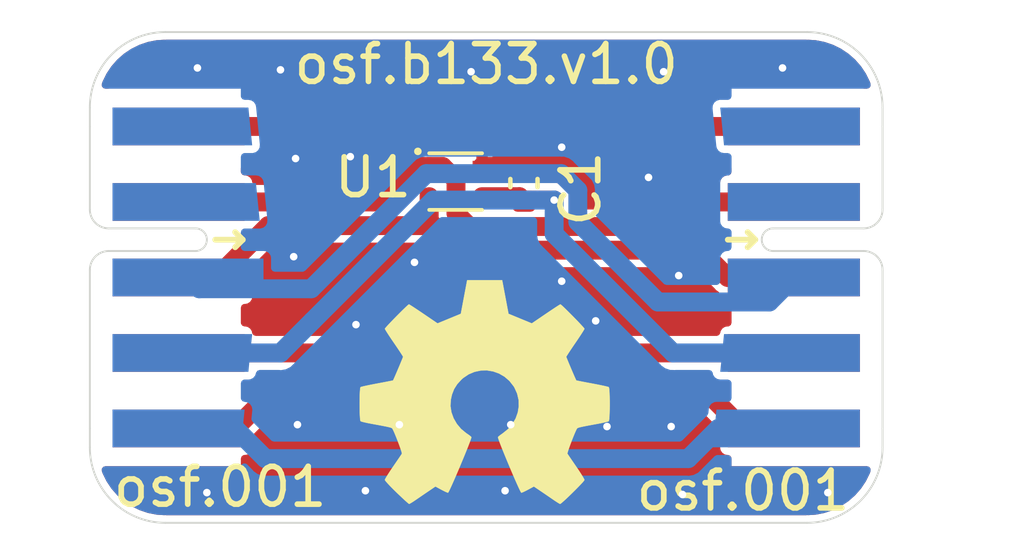
<source format=kicad_pcb>
(kicad_pcb (version 20211014) (generator pcbnew)
  (layers (0 "F.Cu" signal) (31 "B.Cu" signal) (34 "B.Paste" user) (35 "F.Paste" user) (36 "B.SilkS" user "B.Silkscreen") (37 "F.SilkS" user "F.Silkscreen") (38 "B.Mask" user) (39 "F.Mask" user) (44 "Edge.Cuts" user))
  (net 0 "")
  (net 1 "/sts_40_temp/VDD")
  (net 2 "GND")
  (net 3 "/sts_40_temp/SDA")
  (net 4 "/sts_40_temp/SCL")
  (net 5 "Net-(J1-Pad4)")
  (net 6 "Net-(J1-Pad5)")
  (net 7 "Net-(J1-Pad8)")
  (net 8 "Net-(J1-Pad10)")
  (footprint "on_edge:on_edge_2x05_host" (layer "F.Cu") (at 161 96.5 -90)
    (fp_text reference "J2")
    (fp_text value "001_I2C")
    (fp_line (start -1 4.1) (end -1 3.373) (layer "F.SilkS") (width 0.153))
    (fp_line (start -0.8 3.573) (end -1 3.373) (layer "F.SilkS") (width 0.153))
    (fp_line (start -1 3.373) (end -1.2 3.573) (layer "F.SilkS") (width 0.153))
    (fp_line (start -1.3 0.5) (end -1.3 2.9) (layer "Edge.Cuts") (width 0.05))
    (fp_line (start -4 0) (end -1.8 0) (layer "Edge.Cuts") (width 0.05))
    (fp_line (start -0.2 0) (end 4 0) (layer "Edge.Cuts") (width 0.05))
    (fp_line (start -0.7 2.9) (end -0.7 0.5) (layer "Edge.Cuts") (width 0.05))
    (fp_arc (start -0.7 2.9) (mid -1 3.2) (end -1.3 2.9) (layer "Edge.Cuts") (width 0.05))
    (fp_arc (start -1.8 0) (mid -1.446447 0.146447) (end -1.3 0.5) (layer "Edge.Cuts") (width 0.05))
    (fp_arc (start -0.7 0.5) (mid -0.553553 0.146447) (end -0.2 0) (layer "Edge.Cuts") (width 0.05))
    (pad "1" smd rect (at -4 2.35 270) (size 1 3.5) (layers "F.Cu" "F.Mask") (net 2 "GND"))
    (pad "2" smd rect (at -2 2.35 270) (size 1 3.5) (layers "F.Cu" "F.Mask") (net 3 "/sts_40_temp/SDA"))
    (pad "3" smd rect (at 0 2.35 270) (size 1 3.5) (layers "F.Cu" "F.Mask") (net 4 "/sts_40_temp/SCL"))
    (pad "4" smd rect (at 2 2.35 270) (size 1 3.5) (layers "F.Cu" "F.Mask") (net 5 "Net-(J1-Pad4)"))
    (pad "5" smd rect (at 4 2.35 270) (size 1 3.5) (layers "F.Cu" "F.Mask") (net 6 "Net-(J1-Pad5)"))
    (pad "6" smd custom (at -4 2.4 90) (size 1 3.6) (layers "B.Cu" "B.Mask") (options (clearance outline) (anchor rect)) (primitives (gr_poly (pts (xy 0.5 -1.8) (xy -0.5 -1.8) (xy 0.5 -1.9)) (width 0) (fill yes))))
    (pad "7" smd rect (at -2 2.35 90) (size 1 3.5) (layers "B.Cu" "B.Mask"))
    (pad "8" smd rect (at 0 2.35 90) (size 1 3.5) (layers "B.Cu" "B.Mask") (net 7 "Net-(J1-Pad8)"))
    (pad "9" smd custom (at 2 2.4 90) (size 1 3.6) (layers "B.Cu" "B.Mask") (net 1 "/sts_40_temp/VDD") (options (clearance outline) (anchor rect)) (primitives (gr_poly (pts (xy 0.5 -1.8) (xy -0.5 -1.8) (xy -0.5 -1.9)) (width 0) (fill yes))))
    (pad "10" smd custom (at 4 2.5 90) (size 1 3.8) (layers "B.Cu" "B.Mask") (net 8 "Net-(J1-Pad10)") (options (clearance outline) (anchor rect)) (primitives (gr_poly (pts (xy 0.5 -1.9) (xy -0.5 -1.9) (xy -0.5 -2)) (width 0) (fill yes))))
    (zone (net 0) (net_name "") (layers F&B.Cu) (connect_pads (clearance 0)) (min_thickness 0.254)
      (keepout (tracks allowed) (vias not_allowed) (pads allowed) (copperpour not_allowed) (footprints not_allowed))
      (fill (thermal_gap 0.508) (thermal_bridge_width 0.508))
      (polygon (pts (xy 157 101.5) (xy 157 91.5) (xy 161 91.5) (xy 161 101.5)))
    )
  )
  (footprint "on_edge:on_edge_2x05_device" (layer "F.Cu") (at 140 96.5 -90)
    (fp_text reference "J1")
    (fp_text value "001_I2C")
    (fp_line (start -1.2 -3.85) (end -1 -4.05) (layer "F.SilkS") (width 0.153))
    (fp_line (start -1 -4.05) (end -1 -3.323) (layer "F.SilkS") (width 0.153))
    (fp_line (start -1 -4.05) (end -0.8 -3.85) (layer "F.SilkS") (width 0.153))
    (fp_line (start -0.7 -0.5) (end -0.7 -2.8) (layer "Edge.Cuts") (width 0.05))
    (fp_line (start -0.2 0) (end 4 0) (layer "Edge.Cuts") (width 0.05))
    (fp_line (start -1.3 -2.8) (end -1.3 -0.5) (layer "Edge.Cuts") (width 0.05))
    (fp_line (start -4 0) (end -1.8 0) (layer "Edge.Cuts") (width 0.05))
    (fp_arc (start -1.3 -0.5) (mid -1.446447 -0.146447) (end -1.8 0) (layer "Edge.Cuts") (width 0.05))
    (fp_arc (start -1.3 -2.8) (mid -1 -3.1) (end -0.7 -2.8) (layer "Edge.Cuts") (width 0.05))
    (fp_arc (start -0.2 0) (mid -0.553553 -0.146447) (end -0.7 -0.5) (layer "Edge.Cuts") (width 0.05))
    (pad "1" smd rect (at -4 -2.35 90) (size 1 3.5) (layers "F.Cu" "F.Mask") (net 2 "GND"))
    (pad "2" smd rect (at -2 -2.35 270) (size 1 3.5) (layers "F.Cu" "F.Mask") (net 3 "/sts_40_temp/SDA"))
    (pad "3" smd rect (at 0 -2.35 270) (size 1 3.5) (layers "F.Cu" "F.Mask") (net 4 "/sts_40_temp/SCL"))
    (pad "4" smd rect (at 2 -2.35 90) (size 1 3.5) (layers "F.Cu" "F.Mask") (net 5 "Net-(J1-Pad4)"))
    (pad "5" smd rect (at 4 -2.35 90) (size 1 3.5) (layers "F.Cu" "F.Mask") (net 6 "Net-(J1-Pad5)"))
    (pad "6" smd custom (at -4 -2.4 270) (size 1 3.6) (layers "B.Cu" "B.Mask") (options (clearance outline) (anchor rect)) (primitives (gr_poly (pts (xy 0.5 -1.8) (xy 0.5 -1.9) (xy -0.5 -1.8)) (width 0) (fill yes))))
    (pad "7" smd custom (at -2 -2.1 270) (size 1 3) (layers "B.Cu" "B.Mask") (options (clearance outline) (anchor rect)) (primitives (gr_poly (pts (xy 0.3 -0.51) (xy 0.31 -0.62) (xy 0.33 -0.7) (xy 0.35 -0.76) (xy 0.37 -0.81) (xy 0.4 -0.86) (xy 0.44 -0.92) (xy 0.48 -0.97) (xy 0.5 -0.99) (xy 0.5 -2.4) (xy -0.5 -2.3) (xy -0.5 1.5) (xy 0.3 1.5)) (width 0) (fill yes))))
    (pad "8" smd rect (at 0 -2.6 270) (size 1 4) (layers "B.Cu" "B.Mask") (net 7 "Net-(J1-Pad8)"))
    (pad "9" smd custom (at 2 -2.4 270) (size 1 3.6) (layers "B.Cu" "B.Mask") (net 1 "/sts_40_temp/VDD") (options (clearance outline) (anchor rect)) (primitives (gr_poly (pts (xy -0.5 -1.8) (xy -0.5 -1.9) (xy 0.5 -1.8)) (width 0) (fill yes))))
    (pad "10" smd custom (at 4 -2.3 270) (size 1 3.4) (layers "B.Cu" "B.Mask") (net 8 "Net-(J1-Pad10)") (options (clearance outline) (anchor rect)) (primitives (gr_poly (pts (xy -0.5 -1.7) (xy -0.5 -1.8) (xy 0.5 -1.7)) (width 0) (fill yes))))
    (zone (net 0) (net_name "") (layers F&B.Cu) (connect_pads (clearance 0)) (min_thickness 0.254)
      (keepout (tracks allowed) (vias not_allowed) (pads allowed) (copperpour not_allowed) (footprints not_allowed))
      (fill (thermal_gap 0.508) (thermal_bridge_width 0.508))
      (polygon (pts (xy 140 101.5) (xy 140 91.5) (xy 144 91.5) (xy 144 101.5)))
    )
  )
  (footprint "Symbol:OSHW-Symbol_6.7x6mm_SilkScreen" (layer "F.Cu") (at 150.45 99.55)
    (fp_text reference "LOGO1" hide)
    (fp_text value "Logo_Open_Hardware_Small" hide)
    (fp_poly (pts (xy 0.555814 -2.531069) (xy 0.639635 -2.086445) (xy 0.94892 -1.958947) (xy 1.258206 -1.831449) (xy 1.629246 -2.083754) (xy 1.733157 -2.154004) (xy 1.827087 -2.216728) (xy 1.906652 -2.269062) (xy 1.96747 -2.308143) (xy 2.005157 -2.331107) (xy 2.015421 -2.336058) (xy 2.03391 -2.323324) (xy 2.07342 -2.288118) (xy 2.129522 -2.234938) (xy 2.197787 -2.168282) (xy 2.273786 -2.092646) (xy 2.353092 -2.012528) (xy 2.431275 -1.932426) (xy 2.503907 -1.856836) (xy 2.566559 -1.790255) (xy 2.614803 -1.737182) (xy 2.64421 -1.702113) (xy 2.651241 -1.690377) (xy 2.641123 -1.66874) (xy 2.612759 -1.621338) (xy 2.569129 -1.552807) (xy 2.513218 -1.467785) (xy 2.448006 -1.370907) (xy 2.410219 -1.31565) (xy 2.341343 -1.214752) (xy 2.28014 -1.123701) (xy 2.229578 -1.04703) (xy 2.192628 -0.989272) (xy 2.172258 -0.954957) (xy 2.169197 -0.947746) (xy 2.176136 -0.927252) (xy 2.195051 -0.879487) (xy 2.223087 -0.811168) (xy 2.257391 -0.729011) (xy 2.295109 -0.63973) (xy 2.333387 -0.550042) (xy 2.36937 -0.466662) (xy 2.400206 -0.396306) (xy 2.423039 -0.34569) (xy 2.435017 -0.321529) (xy 2.435724 -0.320578) (xy 2.454531 -0.315964) (xy 2.504618 -0.305672) (xy 2.580793 -0.290713) (xy 2.677865 -0.272099) (xy 2.790643 -0.250841) (xy 2.856442 -0.238582) (xy 2.97695 -0.215638) (xy 3.085797 -0.193805) (xy 3.177476 -0.174278) (xy 3.246481 -0.158252) (xy 3.287304 -0.146921) (xy 3.295511 -0.143326) (xy 3.303548 -0.118994) (xy 3.310033 -0.064041) (xy 3.31497 0.015108) (xy 3.318364 0.112026) (xy 3.320218 0.220287) (xy 3.320538 0.333465) (xy 3.319327 0.445135) (xy 3.31659 0.548868) (xy 3.312331 0.638241) (xy 3.306555 0.706826) (xy 3.299267 0.748197) (xy 3.294895 0.75681) (xy 3.268764 0.767133) (xy 3.213393 0.781892) (xy 3.136107 0.799352) (xy 3.04423 0.81778) (xy 3.012158 0.823741) (xy 2.857524 0.852066) (xy 2.735375 0.874876) (xy 2.641673 0.89308) (xy 2.572384 0.907583) (xy 2.523471 0.919292) (xy 2.490897 0.929115) (xy 2.470628 0.937956) (xy 2.458626 0.946724) (xy 2.456947 0.948457) (xy 2.440184 0.976371) (xy 2.414614 1.030695) (xy 2.382788 1.104777) (xy 2.34726 1.191965) (xy 2.310583 1.285608) (xy 2.275311 1.379052) (xy 2.243996 1.465647) (xy 2.219193 1.53874) (xy 2.203454 1.591678) (xy 2.199332 1.617811) (xy 2.199676 1.618726) (xy 2.213641 1.640086) (xy 2.245322 1.687084) (xy 2.291391 1.754827) (xy 2.348518 1.838423) (xy 2.413373 1.932982) (xy 2.431843 1.959854) (xy 2.497699 2.057275) (xy 2.55565 2.146163) (xy 2.602538 2.221412) (xy 2.635207 2.27792) (xy 2.6505 2.310581) (xy 2.651241 2.314593) (xy 2.638392 2.335684) (xy 2.602888 2.377464) (xy 2.549293 2.435445) (xy 2.482171 2.505135) (xy 2.406087 2.582045) (xy 2.325604 2.661683) (xy 2.245287 2.739561) (xy 2.169699 2.811186) (xy 2.103405 2.87207) (xy 2.050969 2.917721) (xy 2.016955 2.94365) (xy 2.007545 2.947883) (xy 1.985643 2.937912) (xy 1.9408 2.91102) (xy 1.880321 2.871736) (xy 1.833789 2.840117) (xy 1.749475 2.782098) (xy 1.649626 2.713784) (xy 1.549473 2.645579) (xy 1.495627 2.609075) (xy 1.313371 2.4858) (xy 1.160381 2.56852) (xy 1.090682 2.604759) (xy 1.031414 2.632926) (xy 0.991311 2.648991) (xy 0.981103 2.651226) (xy 0.968829 2.634722) (xy 0.944613 2.588082) (xy 0.910263 2.515609) (xy 0.867588 2.421606) (xy 0.818394 2.310374) (xy 0.76449 2.186215) (xy 0.707684 2.053432) (xy 0.649782 1.916327) (xy 0.592593 1.779202) (xy 0.537924 1.646358) (xy 0.487584 1.522098) (xy 0.44338 1.410725) (xy 0.407119 1.316539) (xy 0.380609 1.243844) (xy 0.365658 1.196941) (xy 0.363254 1.180833) (xy 0.382311 1.160286) (xy 0.424036 1.126933) (xy 0.479706 1.087702) (xy 0.484378 1.084599) (xy 0.628264 0.969423) (xy 0.744283 0.835053) (xy 0.83143 0.685784) (xy 0.888699 0.525913) (xy 0.915086 0.359737) (xy 0.909585 0.191552) (xy 0.87119 0.025655) (xy 0.798895 -0.133658) (xy 0.777626 -0.168513) (xy 0.666996 -0.309263) (xy 0.536302 -0.422286) (xy 0.390064 -0.506997) (xy 0.232808 -0.562806) (xy 0.069057 -0.589126) (xy -0.096667 -0.58537) (xy -0.259838 -0.55095) (xy -0.415935 -0.485277) (xy -0.560433 -0.387765) (xy -0.605131 -0.348187) (xy -0.718888 -0.224297) (xy -0.801782 -0.093876) (xy -0.858644 0.052315) (xy -0.890313 0.197088) (xy -0.898131 0.35986) (xy -0.872062 0.52344) (xy -0.814755 0.682298) (xy -0.728856 0.830906) (xy -0.617014 0.963735) (xy -0.481877 1.075256) (xy -0.464117 1.087011) (xy -0.40785 1.125508) (xy -0.365077 1.158863) (xy -0.344628 1.18016) (xy -0.344331 1.180833) (xy -0.348721 1.203871) (xy -0.366124 1.256157) (xy -0.394732 1.33339) (xy -0.432735 1.431268) (xy -0.478326 1.545491) (xy -0.529697 1.671758) (xy -0.585038 1.805767) (xy -0.642542 1.943218) (xy -0.700399 2.079808) (xy -0.756802 2.211237) (xy -0.809942 2.333205) (xy -0.85801 2.441409) (xy -0.899199 2.531549) (xy -0.931699 2.599323) (xy -0.953703 2.64043) (xy -0.962564 2.651226) (xy -0.98964 2.642819) (xy -1.040303 2.620272) (xy -1.105817 2.587613) (xy -1.141841 2.56852) (xy -1.294832 2.4858) (xy -1.477088 2.609075) (xy -1.570125 2.672228) (xy -1.671985 2.741727) (xy -1.767438 2.807165) (xy -1.81525 2.840117) (xy -1.882495 2.885273) (xy -1.939436 2.921057) (xy -1.978646 2.942938) (xy -1.991381 2.947563) (xy -2.009917 2.935085) (xy -2.050941 2.900252) (xy -2.110475 2.846678) (xy -2.184542 2.777983) (xy -2.269165 2.697781) (xy -2.322685 2.646286) (xy -2.416319 2.554286) (xy -2.497241 2.471999) (xy -2.562177 2.402945) (xy -2.607858 2.350644) (xy -2.631011 2.318616) (xy -2.633232 2.312116) (xy -2.622924 2.287394) (xy -2.594439 2.237405) (xy -2.550937 2.167212) (xy -2.495577 2.081875) (xy -2.43152 1.986456) (xy -2.413303 1.959854) (xy -2.346927 1.863167) (xy -2.287378 1.776117) (xy -2.237984 1.703595) (xy -2.202075 1.650493) (xy -2.182981 1.621703) (xy -2.181136 1.618726) (xy -2.183895 1.595782) (xy -2.198538 1.545336) (xy -2.222513 1.474041) (xy -2.253266 1.388547) (xy -2.288244 1.295507) (xy -2.324893 1.201574) (xy -2.360661 1.113399) (xy -2.392994 1.037634) (xy -2.419338 0.980931) (xy -2.437142 0.949943) (xy -2.438407 0.948457) (xy -2.449294 0.939601) (xy -2.467682 0.930843) (xy -2.497606 0.921277) (xy -2.543103 0.909996) (xy -2.608209 0.896093) (xy -2.696961 0.878663) (xy -2.813393 0.856798) (xy -2.961542 0.829591) (xy -2.993618 0.823741) (xy -3.088686 0.805374) (xy -3.171565 0.787405) (xy -3.23493 0.771569) (xy -3.271458 0.7596) (xy -3.276356 0.75681) (xy -3.284427 0.732072) (xy -3.290987 0.67679) (xy -3.296033 0.597389) (xy -3.299559 0.500296) (xy -3.301561 0.391938) (xy -3.302036 0.27874) (xy -3.300977 0.167128) (xy -3.298382 0.063529) (xy -3.294246 -0.025632) (xy -3.288563 -0.093928) (xy -3.281331 -0.134934) (xy -3.276971 -0.143326) (xy -3.252698 -0.151792) (xy -3.197426 -0.165565) (xy -3.116662 -0.18345) (xy -3.015912 -0.204252) (xy -2.900683 -0.226777) (xy -2.837902 -0.238582) (xy -2.718787 -0.260849) (xy -2.612565 -0.281021) (xy -2.524427 -0.298085) (xy -2.459566 -0.311031) (xy -2.423174 -0.318845) (xy -2.417184 -0.320578) (xy -2.407061 -0.34011) (xy -2.385662 -0.387157) (xy -2.355839 -0.454997) (xy -2.320445 -0.536909) (xy -2.282332 -0.626172) (xy -2.244353 -0.716065) (xy -2.20936 -0.799865) (xy -2.180206 -0.870853) (xy -2.159743 -0.922306) (xy -2.150823 -0.947503) (xy -2.150657 -0.948604) (xy -2.160769 -0.968481) (xy -2.189117 -1.014223) (xy -2.232723 -1.081283) (xy -2.288606 -1.165116) (xy -2.353787 -1.261174) (xy -2.391679 -1.31635) (xy -2.460725 -1.417519) (xy -2.52205 -1.50937) (xy -2.572663 -1.587256) (xy -2.609571 -1.646531) (xy -2.629782 -1.682549) (xy -2.632701 -1.690623) (xy -2.620153 -1.709416) (xy -2.585463 -1.749543) (xy -2.533063 -1.806507) (xy -2.467384 -1.875815) (xy -2.392856 -1.952969) (xy -2.313913 -2.033475) (xy -2.234983 -2.112837) (xy -2.1605 -2.18656) (xy -2.094894 -2.250148) (xy -2.042596 -2.299106) (xy -2.008039 -2.328939) (xy -1.996478 -2.336058) (xy -1.977654 -2.326047) (xy -1.932631 -2.297922) (xy -1.865787 -2.254546) (xy -1.781499 -2.198782) (xy -1.684144 -2.133494) (xy -1.610707 -2.083754) (xy -1.239667 -1.831449) (xy -0.621095 -2.086445) (xy -0.537275 -2.531069) (xy -0.453454 -2.975693) (xy 0.471994 -2.975693) (xy 0.555814 -2.531069)) (layer "F.SilkS") (width 0.01) (fill solid))
  )
  (footprint "Capacitor_SMD:C_0402_1005Metric" (layer "F.Cu") (at 151.5 94 90)
    (fp_text reference "C1" (at -0.15 1.5 90) (layer "F.SilkS"))
    (fp_text value "100nF")
    (fp_line (start -0.107836 0.36) (end 0.107836 0.36) (layer "F.SilkS") (width 0.12))
    (fp_line (start -0.107836 -0.36) (end 0.107836 -0.36) (layer "F.SilkS") (width 0.12))
    (pad "1" smd roundrect (at -0.48 0 90) (size 0.56 0.62) (layers "F.Cu" "F.Paste" "F.Mask") (net 1 "/sts_40_temp/VDD"))
    (pad "2" smd roundrect (at 0.48 0 90) (size 0.56 0.62) (layers "F.Cu" "F.Paste" "F.Mask") (net 2 "GND"))
  )
  (footprint "b133:STS4X" (layer "F.Cu") (at 149.69 93.96)
    (fp_text reference "U1" (at -2.19 -0.11) (layer "F.SilkS"))
    (fp_text value "STS4X")
    (fp_line (start -0.7 0.75) (end 0.7 0.75) (layer "F.SilkS") (width 0.1))
    (fp_line (start -0.7 -0.75) (end 0.7 -0.75) (layer "F.SilkS") (width 0.1))
    (fp_circle (center -1 -0.8) (end -0.95 -0.8) (layer "F.SilkS") (width 0.1) (fill none))
    (pad "1" smd rect (at -0.7 -0.4) (size 0.5 0.3) (layers "F.Cu" "F.Paste" "F.Mask") (net 3 "/sts_40_temp/SDA"))
    (pad "2" smd rect (at -0.7 0.4) (size 0.5 0.3) (layers "F.Cu" "F.Paste" "F.Mask") (net 4 "/sts_40_temp/SCL"))
    (pad "3" smd rect (at 0.7 0.4) (size 0.5 0.3) (layers "F.Cu" "F.Paste" "F.Mask") (net 1 "/sts_40_temp/VDD"))
    (pad "4" smd rect (at 0.7 -0.4) (size 0.5 0.3) (layers "F.Cu" "F.Paste" "F.Mask") (net 2 "GND"))
  )
  (gr_line (start 140 92) (end 140 92.5) (layer "Edge.Cuts") (width 0.05))
  (gr_line (start 140 100.5) (end 140 101) (layer "Edge.Cuts") (width 0.05))
  (gr_line (start 142 90) (end 159 90) (layer "Edge.Cuts") (width 0.05))
  (gr_arc (start 161 101) (mid 160.414214 102.414214) (end 159 103) (layer "Edge.Cuts") (width 0.05))
  (gr_line (start 159 103) (end 142 103) (layer "Edge.Cuts") (width 0.05))
  (gr_line (start 161 92) (end 161 92.5) (layer "Edge.Cuts") (width 0.05))
  (gr_line (start 161 100.5) (end 161 101) (layer "Edge.Cuts") (width 0.05))
  (gr_arc (start 159 90) (mid 160.414214 90.585786) (end 161 92) (layer "Edge.Cuts") (width 0.05))
  (gr_arc (start 142 103) (mid 140.585786 102.414214) (end 140 101) (layer "Edge.Cuts") (width 0.05))
  (gr_arc (start 140 92) (mid 140.585786 90.585786) (end 142 90) (layer "Edge.Cuts") (width 0.05))
  (gr_text "osf.b133.v1.0" (at 150.5 90.85) (layer "F.SilkS") (effects (font (size 1 1))))
  (gr_text "osf.001" (at 143.45 102.05) (layer "F.SilkS") (effects (font (size 1 1))))
  (gr_text "osf.001" (at 157.3 102.15) (layer "F.SilkS") (effects (font (size 1 1))))
  (segment (start 151.38 94.36) (end 151.5 94.48) (width 0.5) (layer "F.Cu") (net 1))
  (segment (start 151.53 94.45) (end 151.5 94.48) (width 0.5) (layer "F.Cu") (net 1))
  (segment (start 152.3 94.45) (end 151.53 94.45) (width 0.5) (layer "F.Cu") (net 1))
  (segment (start 150.39 94.36) (end 151.38 94.36) (width 0.5) (layer "F.Cu") (net 1))
  (via (at 152.3 94.45) (size 0.5) (drill 0.2) (layers "F.Cu" "B.Cu") (net 1))
  (segment (start 158.6 98.5) (end 155.45 98.5) (width 0.5) (layer "B.Cu") (net 1))
  (segment (start 155.45 98.5) (end 152.3 95.35) (width 0.5) (layer "B.Cu") (net 1))
  (segment (start 152.3 95.35) (end 152.3 94.45) (width 0.5) (layer "B.Cu") (net 1))
  (segment (start 145.9 97.65) (end 149.1 94.45) (width 0.5) (layer "B.Cu") (net 1))
  (segment (start 142.4 98.5) (end 145.05 98.5) (width 0.5) (layer "B.Cu") (net 1))
  (segment (start 145.05 98.5) (end 145.9 97.65) (width 0.5) (layer "B.Cu") (net 1))
  (segment (start 149.1 94.45) (end 152.3 94.45) (width 0.5) (layer "B.Cu") (net 1))
  (segment (start 151.46 93.56) (end 151.5 93.52) (width 0.5) (layer "F.Cu") (net 2))
  (segment (start 150.39 93.56) (end 151.46 93.56) (width 0.5) (layer "F.Cu") (net 2))
  (segment (start 142.35 92.5) (end 151.5 92.5) (width 0.5) (layer "F.Cu") (net 2))
  (segment (start 151.5 93.52) (end 151.5 92.5) (width 0.5) (layer "F.Cu") (net 2))
  (segment (start 151.5 92.5) (end 158.65 92.5) (width 0.5) (layer "F.Cu") (net 2))
  (via (at 155.2 91.05) (size 0.5) (drill 0.2) (layers "F.Cu" "B.Cu") (net 2))
  (via (at 158.35 90.95) (size 0.5) (drill 0.2) (layers "F.Cu" "B.Cu") (net 2))
  (via (at 150.1 91.05) (size 0.5) (drill 0.2) (layers "F.Cu" "B.Cu") (net 2))
  (via (at 152.5 93.05) (size 0.5) (drill 0.2) (layers "F.Cu" "B.Cu") (net 2))
  (via (at 143.1 102.2) (size 0.5) (drill 0.2) (layers "F.Cu" "B.Cu") (net 2))
  (via (at 146.9 93.3) (size 0.5) (drill 0.2) (layers "F.Cu" "B.Cu") (net 2))
  (via (at 145.5 100.4) (size 0.5) (drill 0.2) (layers "F.Cu" "B.Cu") (net 2))
  (via (at 145.4 95.95) (size 0.5) (drill 0.2) (layers "F.Cu" "B.Cu") (net 2))
  (via (at 148.6 96.1) (size 0.5) (drill 0.2) (layers "F.Cu" "B.Cu") (net 2))
  (via (at 151 102.15) (size 0.5) (drill 0.2) (layers "F.Cu" "B.Cu") (net 2))
  (via (at 142.85 90.95) (size 0.5) (drill 0.2) (layers "F.Cu" "B.Cu") (net 2))
  (via (at 153.7 100.45) (size 0.5) (drill 0.2) (layers "F.Cu" "B.Cu") (net 2))
  (via (at 153.4 97.65) (size 0.5) (drill 0.2) (layers "F.Cu" "B.Cu") (net 2))
  (via (at 155.7 102.25) (size 0.5) (drill 0.2) (layers "F.Cu" "B.Cu") (net 2))
  (via (at 145.45 93.35) (size 0.5) (drill 0.2) (layers "F.Cu" "B.Cu") (net 2))
  (via (at 147.3 102.15) (size 0.5) (drill 0.2) (layers "F.Cu" "B.Cu") (net 2))
  (via (at 154.8 93.85) (size 0.5) (drill 0.2) (layers "F.Cu" "B.Cu") (net 2))
  (via (at 147.05 97.75) (size 0.5) (drill 0.2) (layers "F.Cu" "B.Cu") (net 2))
  (via (at 155.6 96.45) (size 0.5) (drill 0.2) (layers "F.Cu" "B.Cu") (net 2))
  (via (at 148.2 100.4) (size 0.5) (drill 0.2) (layers "F.Cu" "B.Cu") (net 2))
  (via (at 159.55 102.2) (size 0.5) (drill 0.2) (layers "F.Cu" "B.Cu") (net 2))
  (via (at 145.05 91) (size 0.5) (drill 0.2) (layers "F.Cu" "B.Cu") (net 2))
  (via (at 155.4 100.45) (size 0.5) (drill 0.2) (layers "F.Cu" "B.Cu") (net 2))
  (via (at 151.15 100.4) (size 0.5) (drill 0.2) (layers "F.Cu" "B.Cu") (net 2))
  (via (at 152.5 96.6) (size 0.5) (drill 0.2) (layers "F.Cu" "B.Cu") (net 2))
  (segment (start 147.5 94.5) (end 148.44 93.56) (width 0.5) (layer "F.Cu") (net 3))
  (segment (start 155.3 95.15) (end 155.95 94.5) (width 0.5) (layer "F.Cu") (net 3))
  (segment (start 149.344 93.56) (end 149.7 93.916) (width 0.5) (layer "F.Cu") (net 3))
  (segment (start 142.35 94.5) (end 147.5 94.5) (width 0.5) (layer "F.Cu") (net 3))
  (segment (start 155.95 94.5) (end 158.65 94.5) (width 0.5) (layer "F.Cu") (net 3))
  (segment (start 148.44 93.56) (end 148.99 93.56) (width 0.5) (layer "F.Cu") (net 3))
  (segment (start 149.7 94.8) (end 150.05 95.15) (width 0.5) (layer "F.Cu") (net 3))
  (segment (start 148.99 93.56) (end 149.344 93.56) (width 0.5) (layer "F.Cu") (net 3))
  (segment (start 149.7 93.916) (end 149.7 94.8) (width 0.5) (layer "F.Cu") (net 3))
  (segment (start 150.05 95.15) (end 155.3 95.15) (width 0.5) (layer "F.Cu") (net 3))
  (segment (start 156.177 95.777) (end 156.9 96.5) (width 0.5) (layer "F.Cu") (net 4))
  (segment (start 143.354 96.5) (end 144.727 95.127) (width 0.5) (layer "F.Cu") (net 4))
  (segment (start 148.99 94.36) (end 148.99 95.01) (width 0.5) (layer "F.Cu") (net 4))
  (segment (start 148.99 95.01) (end 149.757 95.777) (width 0.5) (layer "F.Cu") (net 4))
  (segment (start 149.757 95.777) (end 156.177 95.777) (width 0.5) (layer "F.Cu") (net 4))
  (segment (start 156.9 96.5) (end 158.65 96.5) (width 0.5) (layer "F.Cu") (net 4))
  (segment (start 144.727 95.127) (end 148.873 95.127) (width 0.5) (layer "F.Cu") (net 4))
  (segment (start 142.35 96.5) (end 143.354 96.5) (width 0.5) (layer "F.Cu") (net 4))
  (segment (start 148.873 95.127) (end 148.99 95.01) (width 0.5) (layer "F.Cu") (net 4))
  (segment (start 142.35 98.5) (end 158.65 98.5) (width 0.5) (layer "F.Cu") (net 5))
  (segment (start 156.35 99.55) (end 157.3 100.5) (width 0.5) (layer "F.Cu") (net 6))
  (segment (start 157.3 100.5) (end 158.65 100.5) (width 0.5) (layer "F.Cu") (net 6))
  (segment (start 143.85 100.5) (end 144.8 99.55) (width 0.5) (layer "F.Cu") (net 6))
  (segment (start 144.8 99.55) (end 156.35 99.55) (width 0.5) (layer "F.Cu") (net 6))
  (segment (start 142.35 100.5) (end 143.85 100.5) (width 0.5) (layer "F.Cu") (net 6))
  (segment (start 142.6 96.5) (end 142.9 96.8) (width 0.5) (layer "B.Cu") (net 7))
  (segment (start 155.05 97.15) (end 158 97.15) (width 0.5) (layer "B.Cu") (net 7))
  (segment (start 152.927 94.190288) (end 152.927 95.027) (width 0.5) (layer "B.Cu") (net 7))
  (segment (start 148.913288 93.75) (end 152.486712 93.75) (width 0.5) (layer "B.Cu") (net 7))
  (segment (start 158 97.15) (end 158.65 96.5) (width 0.5) (layer "B.Cu") (net 7))
  (segment (start 142.9 96.8) (end 145.863288 96.8) (width 0.5) (layer "B.Cu") (net 7))
  (segment (start 152.927 95.027) (end 155.05 97.15) (width 0.5) (layer "B.Cu") (net 7))
  (segment (start 145.863288 96.8) (end 148.913288 93.75) (width 0.5) (layer "B.Cu") (net 7))
  (segment (start 152.486712 93.75) (end 152.927 94.190288) (width 0.5) (layer "B.Cu") (net 7))
  (segment (start 142.3 100.5) (end 143.85 100.5) (width 0.5) (layer "B.Cu") (net 8))
  (segment (start 155.85 101.3) (end 156.65 100.5) (width 0.5) (layer "B.Cu") (net 8))
  (segment (start 143.85 100.5) (end 144.65 101.3) (width 0.5) (layer "B.Cu") (net 8))
  (segment (start 144.65 101.3) (end 155.85 101.3) (width 0.5) (layer "B.Cu") (net 8))
  (segment (start 156.65 100.5) (end 158.5 100.5) (width 0.5) (layer "B.Cu") (net 8))
  (zone (net 2) (net_name "GND") (layers F&B.Cu) (connect_pads (clearance 0.2)) (min_thickness 0.2) (fill yes (thermal_gap 0.508) (thermal_bridge_width 0.508))
    (polygon (pts (xy 161.8 103.75) (xy 139.1 103.85) (xy 138.35 89.45) (xy 161.65 89.15)))
  )
)
</source>
